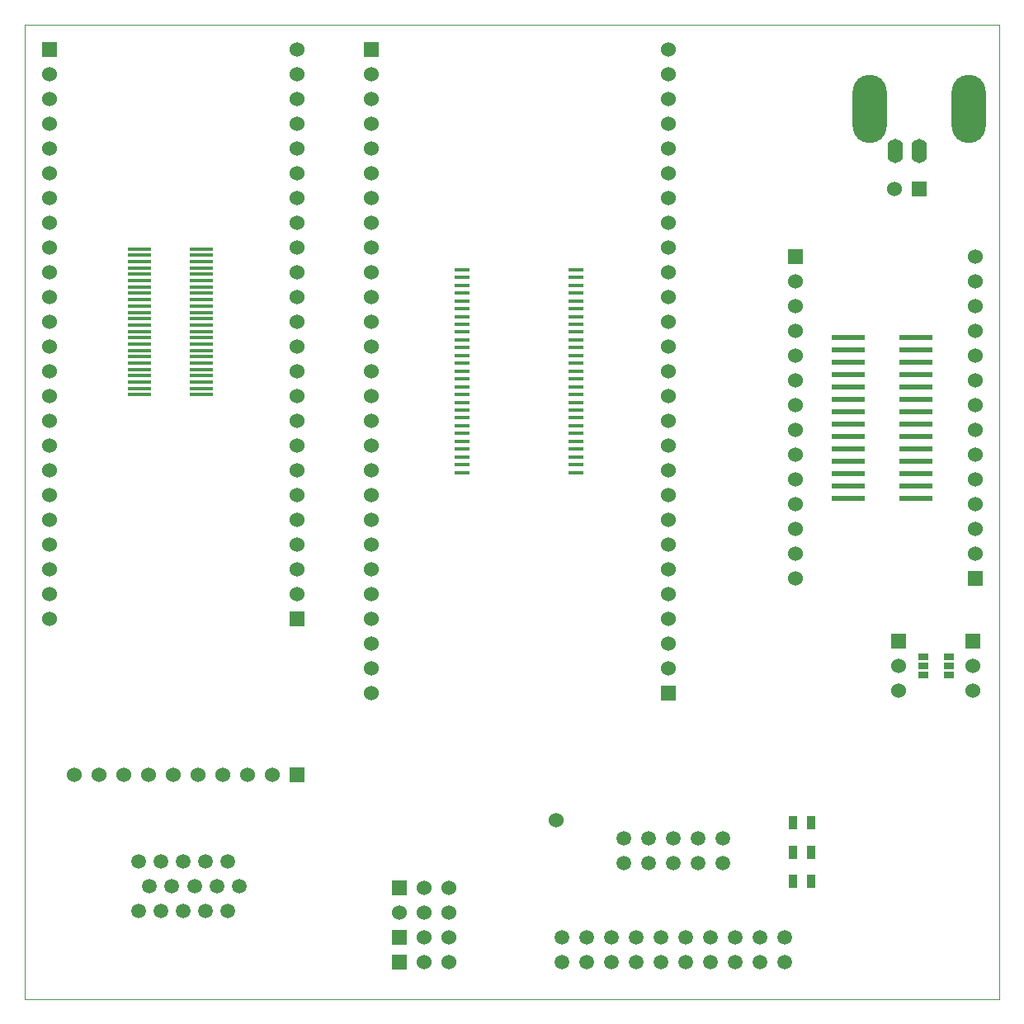
<source format=gts>
G04 (created by PCBNEW (2013-mar-13)-testing) date Wed 17 Apr 2013 02:01:02 PM EDT*
%MOIN*%
G04 Gerber Fmt 3.4, Leading zero omitted, Abs format*
%FSLAX34Y34*%
G01*
G70*
G90*
G04 APERTURE LIST*
%ADD10C,0.006*%
%ADD11C,0.00393701*%
%ADD12R,0.06X0.06*%
%ADD13C,0.06*%
%ADD14C,0.0590551*%
%ADD15R,0.0594488X0.0180315*%
%ADD16R,0.0944882X0.0165354*%
%ADD17R,0.035X0.055*%
%ADD18C,0.0593*%
%ADD19O,0.1378X0.2756*%
%ADD20O,0.063X0.0984*%
%ADD21R,0.137795X0.02*%
%ADD22R,0.0394X0.0272*%
G04 APERTURE END LIST*
G54D10*
G54D11*
X39370Y-39370D02*
X39370Y-78740D01*
X78740Y-39370D02*
X78740Y-78740D01*
X39370Y-78740D02*
X78740Y-78740D01*
X39370Y-39370D02*
X78740Y-39370D01*
G54D12*
X50370Y-63370D03*
G54D13*
X50370Y-62370D03*
X50370Y-61370D03*
X50370Y-60370D03*
X50370Y-59370D03*
X50370Y-58370D03*
X50370Y-57370D03*
X50370Y-56370D03*
X50370Y-55370D03*
X50370Y-54370D03*
X50370Y-53370D03*
X50370Y-52370D03*
X50370Y-51370D03*
X50370Y-50370D03*
X50370Y-49370D03*
X50370Y-48370D03*
X50370Y-47370D03*
X50370Y-46370D03*
X50370Y-45370D03*
X50370Y-44370D03*
X50370Y-43370D03*
X50370Y-42370D03*
X50370Y-41370D03*
X50370Y-40370D03*
G54D12*
X40370Y-40370D03*
G54D13*
X40370Y-41370D03*
X40370Y-42370D03*
X40370Y-43370D03*
X40370Y-44370D03*
X40370Y-45370D03*
X40370Y-46370D03*
X40370Y-47370D03*
X40370Y-48370D03*
X40370Y-49370D03*
X40370Y-50370D03*
X40370Y-51370D03*
X40370Y-52370D03*
X40370Y-53370D03*
X40370Y-54370D03*
X40370Y-55370D03*
X40370Y-56370D03*
X40370Y-57370D03*
X40370Y-58370D03*
X40370Y-59370D03*
X40370Y-60370D03*
X40370Y-61370D03*
X40370Y-62370D03*
X40370Y-63370D03*
G54D12*
X50370Y-69688D03*
G54D13*
X49370Y-69688D03*
X48370Y-69688D03*
X47370Y-69688D03*
X46370Y-69688D03*
X45370Y-69688D03*
X44370Y-69688D03*
X43370Y-69688D03*
X42370Y-69688D03*
X41370Y-69688D03*
G54D14*
X47570Y-73188D03*
X46669Y-73188D03*
X45771Y-73188D03*
X44866Y-73188D03*
X43964Y-73188D03*
X48019Y-74188D03*
X47118Y-74188D03*
X46216Y-74188D03*
X45314Y-74188D03*
X44413Y-74188D03*
X47570Y-75188D03*
X46669Y-75188D03*
X45771Y-75188D03*
X44866Y-75188D03*
X43964Y-75188D03*
G54D12*
X65370Y-66370D03*
G54D13*
X65370Y-65370D03*
X65370Y-64370D03*
X65370Y-63370D03*
X65370Y-62370D03*
X65370Y-61370D03*
X65370Y-60370D03*
X65370Y-59370D03*
X65370Y-58370D03*
X65370Y-57370D03*
X65370Y-56370D03*
X65370Y-55370D03*
X65370Y-54370D03*
X65370Y-53370D03*
X65370Y-52370D03*
X65370Y-51370D03*
X65370Y-50370D03*
X65370Y-49370D03*
X65370Y-48370D03*
X65370Y-47370D03*
X65370Y-46370D03*
X65370Y-45370D03*
X65370Y-44370D03*
X65370Y-43370D03*
X65370Y-42370D03*
X65370Y-41370D03*
X65370Y-40370D03*
G54D12*
X53370Y-40370D03*
G54D13*
X53370Y-41370D03*
X53370Y-42370D03*
X53370Y-43370D03*
X53370Y-44370D03*
X53370Y-45370D03*
X53370Y-46370D03*
X53370Y-47370D03*
X53370Y-48370D03*
X53370Y-49370D03*
X53370Y-50370D03*
X53370Y-51370D03*
X53370Y-52370D03*
X53370Y-53370D03*
X53370Y-54370D03*
X53370Y-55370D03*
X53370Y-56370D03*
X53370Y-57370D03*
X53370Y-58370D03*
X53370Y-59370D03*
X53370Y-60370D03*
X53370Y-61370D03*
X53370Y-62370D03*
X53370Y-63370D03*
X53370Y-64370D03*
X53370Y-65370D03*
X53370Y-66370D03*
G54D15*
X57047Y-49275D03*
X57047Y-49590D03*
X57047Y-49905D03*
X57047Y-50220D03*
X57047Y-50535D03*
X57047Y-50850D03*
X57047Y-51165D03*
X57047Y-51480D03*
X57047Y-51795D03*
X57047Y-52110D03*
X57047Y-52425D03*
X57047Y-52740D03*
X57047Y-53055D03*
X57047Y-53370D03*
X57047Y-53685D03*
X57047Y-54000D03*
X57047Y-54314D03*
X57047Y-54629D03*
X57047Y-54944D03*
X57047Y-55259D03*
X57047Y-55574D03*
X57047Y-55889D03*
X57047Y-56204D03*
X57047Y-56519D03*
X57047Y-56834D03*
X57047Y-57149D03*
X57047Y-57464D03*
X61641Y-57464D03*
X61641Y-57149D03*
X61641Y-56834D03*
X61641Y-56519D03*
X61641Y-56204D03*
X61641Y-55889D03*
X61641Y-55574D03*
X61641Y-55259D03*
X61641Y-54944D03*
X61641Y-54629D03*
X61641Y-54314D03*
X61641Y-54000D03*
X61641Y-53685D03*
X61641Y-53370D03*
X61641Y-53055D03*
X61641Y-52740D03*
X61641Y-52425D03*
X61641Y-52110D03*
X61641Y-51795D03*
X61641Y-51480D03*
X61641Y-51165D03*
X61641Y-50850D03*
X61641Y-50535D03*
X61641Y-50220D03*
X61641Y-49905D03*
X61641Y-49590D03*
X61641Y-49275D03*
G54D16*
X46507Y-54322D03*
X46507Y-54066D03*
X46507Y-53811D03*
X46507Y-53555D03*
X46507Y-53299D03*
X46507Y-53043D03*
X46507Y-52787D03*
X46507Y-52531D03*
X46507Y-52275D03*
X46507Y-52019D03*
X46507Y-51763D03*
X46507Y-51507D03*
X46507Y-51251D03*
X46507Y-50996D03*
X46507Y-50740D03*
X46507Y-50484D03*
X46507Y-50228D03*
X46507Y-49972D03*
X46507Y-49716D03*
X46507Y-49460D03*
X46507Y-49204D03*
X46507Y-48948D03*
X46507Y-48692D03*
X46507Y-48437D03*
X43988Y-48437D03*
X43988Y-48692D03*
X43988Y-48948D03*
X43988Y-49204D03*
X43988Y-49460D03*
X43988Y-49716D03*
X43988Y-49972D03*
X43988Y-50228D03*
X43988Y-50484D03*
X43988Y-50740D03*
X43988Y-50996D03*
X43988Y-51251D03*
X43988Y-51507D03*
X43988Y-51763D03*
X43988Y-52019D03*
X43988Y-52275D03*
X43988Y-52531D03*
X43988Y-52787D03*
X43988Y-53043D03*
X43988Y-53299D03*
X43988Y-53555D03*
X43988Y-53811D03*
X43988Y-54066D03*
X43988Y-54322D03*
G54D12*
X54500Y-77250D03*
G54D13*
X55500Y-77250D03*
X56500Y-77250D03*
G54D12*
X54500Y-74250D03*
G54D13*
X55500Y-74250D03*
X56500Y-74250D03*
G54D12*
X54500Y-76250D03*
G54D13*
X54500Y-75250D03*
X55500Y-76250D03*
X55500Y-75250D03*
X56500Y-76250D03*
X56500Y-75250D03*
G54D17*
X70388Y-73990D03*
X71138Y-73990D03*
X70388Y-72809D03*
X71138Y-72809D03*
X70388Y-71627D03*
X71138Y-71627D03*
G54D13*
X60816Y-71511D03*
G54D18*
X67566Y-72261D03*
X67566Y-73261D03*
X66566Y-72261D03*
X66566Y-73261D03*
X65566Y-72261D03*
X65566Y-73261D03*
X64566Y-72261D03*
X64566Y-73261D03*
X63566Y-72261D03*
X63566Y-73261D03*
X61066Y-77261D03*
X61066Y-76261D03*
X62066Y-77261D03*
X62066Y-76261D03*
X63066Y-77261D03*
X63066Y-76261D03*
X64066Y-77261D03*
X64066Y-76261D03*
X65066Y-77261D03*
X65066Y-76261D03*
X66066Y-77261D03*
X66066Y-76261D03*
X67066Y-77261D03*
X67066Y-76261D03*
X68066Y-77261D03*
X68066Y-76261D03*
X69066Y-77261D03*
X69066Y-76261D03*
X70066Y-77261D03*
X70066Y-76261D03*
G54D12*
X75500Y-46000D03*
G54D13*
X74500Y-46000D03*
G54D19*
X73493Y-42790D03*
X77508Y-42790D03*
G54D20*
X75500Y-44469D03*
X74516Y-44469D03*
G54D12*
X70500Y-48750D03*
G54D13*
X70500Y-49750D03*
X70500Y-50750D03*
X70500Y-51750D03*
X70500Y-52750D03*
X70500Y-53750D03*
X70500Y-54750D03*
X70500Y-55750D03*
X70500Y-56750D03*
X70500Y-57750D03*
X70500Y-58750D03*
X70500Y-59750D03*
X70500Y-60750D03*
X70500Y-61750D03*
G54D12*
X77750Y-61750D03*
G54D13*
X77750Y-60750D03*
X77750Y-59750D03*
X77750Y-58750D03*
X77750Y-57750D03*
X77750Y-56750D03*
X77750Y-55750D03*
X77750Y-54750D03*
X77750Y-53750D03*
X77750Y-52750D03*
X77750Y-51750D03*
X77750Y-50750D03*
X77750Y-49750D03*
X77750Y-48750D03*
G54D21*
X75366Y-58500D03*
X75366Y-58000D03*
X75366Y-57500D03*
X75366Y-57000D03*
X75366Y-56500D03*
X75366Y-56000D03*
X75366Y-55500D03*
X75366Y-55000D03*
X75366Y-54500D03*
X75366Y-54000D03*
X75366Y-53500D03*
X75366Y-53000D03*
X75366Y-52500D03*
X75366Y-52000D03*
X72633Y-52000D03*
X72633Y-52500D03*
X72633Y-53000D03*
X72633Y-53500D03*
X72633Y-54000D03*
X72633Y-54500D03*
X72633Y-55000D03*
X72633Y-55500D03*
X72633Y-56000D03*
X72633Y-56500D03*
X72633Y-57000D03*
X72633Y-57500D03*
X72633Y-58000D03*
X72622Y-58500D03*
G54D12*
X74671Y-64270D03*
G54D13*
X74671Y-65270D03*
X74671Y-66270D03*
G54D12*
X77671Y-64270D03*
G54D13*
X77671Y-65270D03*
X77671Y-66270D03*
G54D22*
X75659Y-64896D03*
X75659Y-65644D03*
X75659Y-65270D03*
X76683Y-65644D03*
X76683Y-64896D03*
X76683Y-65270D03*
M02*

</source>
